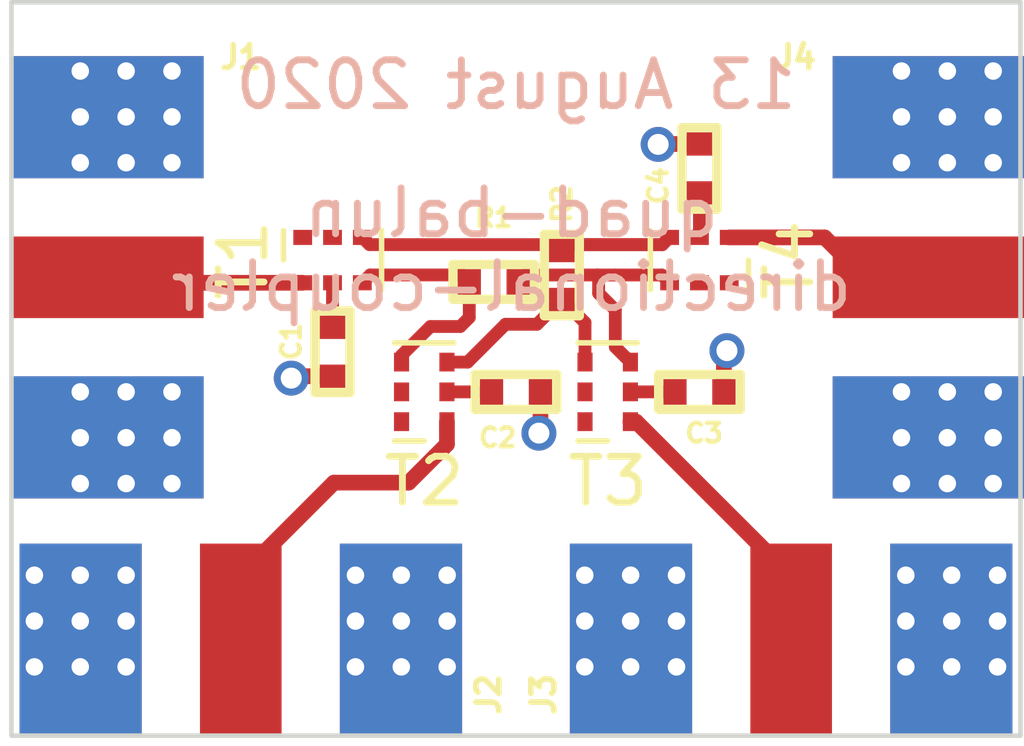
<source format=kicad_pcb>
(kicad_pcb (version 20221018) (generator pcbnew)
  (layers (0 "F.Cu" signal) (1 "In1.Cu" signal) (2 "In2.Cu" signal) (31 "B.Cu" signal) (34 "B.Paste" user) (35 "F.Paste" user) (36 "B.SilkS" user "B.Silkscreen") (37 "F.SilkS" user "F.Silkscreen") (38 "B.Mask" user) (39 "F.Mask" user) (44 "Edge.Cuts" user))
  (net 0 "")
  (net 1 "GND")
  (net 2 "Net-(C1-Pad1)")
  (net 3 "Net-(C2-Pad1)")
  (net 4 "Net-(C3-Pad1)")
  (net 5 "Net-(C4-Pad1)")
  (net 6 "Net-(J1-Pad1)")
  (net 7 "Net-(J2-Pad1)")
  (net 8 "Net-(J3-Pad1)")
  (net 9 "Net-(J4-Pad1)")
  (net 10 "Net-(R1-Pad2)")
  (net 11 "Net-(R1-Pad1)")
  (net 12 "Net-(R2-Pad2)")
  (net 13 "Net-(R2-Pad1)")
  (footprint "gsg-modules:0402" (layer "F.Cu") (at 141 81.625 -90)
    (fp_text reference "C1" (at -0.225 0.9 90) (layer "F.SilkS") (effects (font (size 0.4064 0.4064) (thickness 0.1016))))
    (fp_text value "C" hide)
    (fp_line (start -0.889 -0.381) (end 0.889 -0.381) (stroke (width 0.2032)) (layer "F.SilkS"))
    (fp_line (start -0.889 0.381) (end -0.889 -0.381) (stroke (width 0.2032)) (layer "F.SilkS"))
    (fp_line (start 0.889 -0.381) (end 0.889 0.381) (stroke (width 0.2032)) (layer "F.SilkS"))
    (fp_line (start 0.889 0.381) (end -0.889 0.381) (stroke (width 0.2032)) (layer "F.SilkS"))
    (pad "1" smd rect (at -0.5334 0 270) (size 0.508 0.5588) (layers "F.Cu" "F.Paste" "F.Mask") (net 2 "Net-(C1-Pad1)"))
    (pad "2" smd rect (at 0.5334 0 270) (size 0.508 0.5588) (layers "F.Cu" "F.Paste" "F.Mask") (net 1 "GND"))
  )
  (footprint "gsg-modules:SMA-73251-2120" (layer "F.Cu") (at 134 80)
    (fp_text reference "J1" (at 5 -4.8) (layer "F.SilkS") (effects (font (size 0.50038 0.50038) (thickness 0.12446))))
    (fp_text value "SMA" hide)
    (pad "1" smd rect (at 2.095 0) (size 4.19 1.78) (layers "F.Cu" "F.Mask") (net 6 "Net-(J1-Pad1)"))
    (pad "2" thru_hole circle (at 1.5 -4.5) (size 0.6 0.6) (drill 0.381) (layers "*.Cu") (net 1 "GND"))
    (pad "2" thru_hole circle (at 1.5 -3.5) (size 0.6 0.6) (drill 0.381) (layers "*.Cu") (net 1 "GND"))
    (pad "2" thru_hole circle (at 1.5 -2.5) (size 0.6 0.6) (drill 0.381) (layers "*.Cu") (net 1 "GND"))
    (pad "2" thru_hole circle (at 1.5 2.5) (size 0.6 0.6) (drill 0.381) (layers "*.Cu") (net 1 "GND"))
    (pad "2" thru_hole circle (at 1.5 3.5) (size 0.6 0.6) (drill 0.381) (layers "*.Cu") (net 1 "GND"))
    (pad "2" thru_hole circle (at 1.5 4.5) (size 0.6 0.6) (drill 0.381) (layers "*.Cu") (net 1 "GND"))
    (pad "2" smd rect (at 2.095 -3.4925) (size 4.19 2.665) (layers "F.Cu" "F.Mask") (net 1 "GND"))
    (pad "2" smd rect (at 2.095 -3.4925) (size 4.19 2.665) (layers "B.Cu" "B.Mask") (net 1 "GND"))
    (pad "2" smd rect (at 2.095 3.4925) (size 4.19 2.665) (layers "F.Cu" "F.Mask") (net 1 "GND"))
    (pad "2" smd rect (at 2.095 3.4925) (size 4.19 2.665) (layers "B.Cu" "B.Mask") (net 1 "GND"))
    (pad "2" thru_hole circle (at 2.5 -4.5) (size 0.6 0.6) (drill 0.381) (layers "*.Cu") (net 1 "GND"))
    (pad "2" thru_hole circle (at 2.5 -3.5) (size 0.6 0.6) (drill 0.381) (layers "*.Cu") (net 1 "GND"))
    (pad "2" thru_hole circle (at 2.5 -2.5) (size 0.6 0.6) (drill 0.381) (layers "*.Cu") (net 1 "GND"))
    (pad "2" thru_hole circle (at 2.5 2.5) (size 0.6 0.6) (drill 0.381) (layers "*.Cu") (net 1 "GND"))
    (pad "2" thru_hole circle (at 2.5 3.5) (size 0.6 0.6) (drill 0.381) (layers "*.Cu") (net 1 "GND"))
    (pad "2" thru_hole circle (at 2.5 4.5) (size 0.6 0.6) (drill 0.381) (layers "*.Cu") (net 1 "GND"))
    (pad "2" thru_hole circle (at 3.5 -4.5) (size 0.6 0.6) (drill 0.381) (layers "*.Cu") (net 1 "GND"))
    (pad "2" thru_hole circle (at 3.5 -3.5) (size 0.6 0.6) (drill 0.381) (layers "*.Cu") (net 1 "GND"))
    (pad "2" thru_hole circle (at 3.5 -2.5) (size 0.6 0.6) (drill 0.381) (layers "*.Cu") (net 1 "GND"))
    (pad "2" thru_hole circle (at 3.5 2.5) (size 0.6 0.6) (drill 0.381) (layers "*.Cu") (net 1 "GND"))
    (pad "2" thru_hole circle (at 3.5 3.5) (size 0.6 0.6) (drill 0.381) (layers "*.Cu") (net 1 "GND"))
    (pad "2" thru_hole circle (at 3.5 4.5) (size 0.6 0.6) (drill 0.381) (layers "*.Cu") (net 1 "GND"))
  )
  (footprint "gsg-modules:SMA-73251-2120" (layer "F.Cu") (at 151 90 90)
    (fp_text reference "J3" (at 0.9 -5.4 90) (layer "F.SilkS") (effects (font (size 0.50038 0.50038) (thickness 0.12446))))
    (fp_text value "SMA" hide)
    (pad "1" smd rect (at 2.095 0 90) (size 4.19 1.78) (layers "F.Cu" "F.Mask") (net 8 "Net-(J3-Pad1)"))
    (pad "2" thru_hole circle (at 1.5 -4.5 90) (size 0.6 0.6) (drill 0.381) (layers "*.Cu") (net 1 "GND"))
    (pad "2" thru_hole circle (at 1.5 -3.5 90) (size 0.6 0.6) (drill 0.381) (layers "*.Cu") (net 1 "GND"))
    (pad "2" thru_hole circle (at 1.5 -2.5 90) (size 0.6 0.6) (drill 0.381) (layers "*.Cu") (net 1 "GND"))
    (pad "2" thru_hole circle (at 1.5 2.5 90) (size 0.6 0.6) (drill 0.381) (layers "*.Cu") (net 1 "GND"))
    (pad "2" thru_hole circle (at 1.5 3.5 90) (size 0.6 0.6) (drill 0.381) (layers "*.Cu") (net 1 "GND"))
    (pad "2" thru_hole circle (at 1.5 4.5 90) (size 0.6 0.6) (drill 0.381) (layers "*.Cu") (net 1 "GND"))
    (pad "2" smd rect (at 2.095 -3.4925 90) (size 4.19 2.665) (layers "F.Cu" "F.Mask") (net 1 "GND"))
    (pad "2" smd rect (at 2.095 -3.4925 90) (size 4.19 2.665) (layers "B.Cu" "B.Mask") (net 1 "GND"))
    (pad "2" smd rect (at 2.095 3.4925 90) (size 4.19 2.665) (layers "F.Cu" "F.Mask") (net 1 "GND"))
    (pad "2" smd rect (at 2.095 3.4925 90) (size 4.19 2.665) (layers "B.Cu" "B.Mask") (net 1 "GND"))
    (pad "2" thru_hole circle (at 2.5 -4.5 90) (size 0.6 0.6) (drill 0.381) (layers "*.Cu") (net 1 "GND"))
    (pad "2" thru_hole circle (at 2.5 -3.5 90) (size 0.6 0.6) (drill 0.381) (layers "*.Cu") (net 1 "GND"))
    (pad "2" thru_hole circle (at 2.5 -2.5 90) (size 0.6 0.6) (drill 0.381) (layers "*.Cu") (net 1 "GND"))
    (pad "2" thru_hole circle (at 2.5 2.5 90) (size 0.6 0.6) (drill 0.381) (layers "*.Cu") (net 1 "GND"))
    (pad "2" thru_hole circle (at 2.5 3.5 90) (size 0.6 0.6) (drill 0.381) (layers "*.Cu") (net 1 "GND"))
    (pad "2" thru_hole circle (at 2.5 4.5 90) (size 0.6 0.6) (drill 0.381) (layers "*.Cu") (net 1 "GND"))
    (pad "2" thru_hole circle (at 3.5 -4.5 90) (size 0.6 0.6) (drill 0.381) (layers "*.Cu") (net 1 "GND"))
    (pad "2" thru_hole circle (at 3.5 -3.5 90) (size 0.6 0.6) (drill 0.381) (layers "*.Cu") (net 1 "GND"))
    (pad "2" thru_hole circle (at 3.5 -2.5 90) (size 0.6 0.6) (drill 0.381) (layers "*.Cu") (net 1 "GND"))
    (pad "2" thru_hole circle (at 3.5 2.5 90) (size 0.6 0.6) (drill 0.381) (layers "*.Cu") (net 1 "GND"))
    (pad "2" thru_hole circle (at 3.5 3.5 90) (size 0.6 0.6) (drill 0.381) (layers "*.Cu") (net 1 "GND"))
    (pad "2" thru_hole circle (at 3.5 4.5 90) (size 0.6 0.6) (drill 0.381) (layers "*.Cu") (net 1 "GND"))
  )
  (footprint "RF_Converter:Anaren_0805_2012Metric-6" (layer "F.Cu") (at 141 79.625 90)
    (fp_text reference "T1" (at 0 -1.95 90) (layer "F.SilkS"))
    (fp_text value "BALUN")
    (fp_line (start -0.645 1.07) (end 0.645 1.07) (stroke (width 0.12)) (layer "F.SilkS"))
    (fp_line (start 0 -1.07) (end 0.645 -1.07) (stroke (width 0.12)) (layer "F.SilkS"))
    (pad "1" smd rect (at -0.495 -0.65) (size 0.41 0.33) (layers "F.Cu" "F.Paste" "F.Mask") (net 6 "Net-(J1-Pad1)"))
    (pad "2" smd rect (at -0.495 0) (size 0.41 0.33) (layers "F.Cu" "F.Paste" "F.Mask") (net 2 "Net-(C1-Pad1)"))
    (pad "3" smd rect (at -0.495 0.65) (size 0.41 0.33) (layers "F.Cu" "F.Paste" "F.Mask") (net 10 "Net-(R1-Pad2)"))
    (pad "4" smd rect (at 0.495 0.65) (size 0.41 0.33) (layers "F.Cu" "F.Paste" "F.Mask") (net 13 "Net-(R2-Pad1)"))
    (pad "5" smd rect (at 0.495 0) (size 0.41 0.33) (layers "F.Cu" "F.Paste" "F.Mask"))
    (pad "6" smd rect (at 0.495 -0.65) (size 0.41 0.33) (layers "F.Cu" "F.Paste" "F.Mask"))
  )
  (footprint "RF_Converter:Anaren_0805_2012Metric-6" (layer "F.Cu") (at 147 82.5 180)
    (fp_text reference "T3" (at 0 -1.95) (layer "F.SilkS"))
    (fp_text value "BALUN")
    (fp_line (start -0.645 1.07) (end 0.645 1.07) (stroke (width 0.12)) (layer "F.SilkS"))
    (fp_line (start 0 -1.07) (end 0.645 -1.07) (stroke (width 0.12)) (layer "F.SilkS"))
    (pad "1" smd rect (at -0.495 -0.65 90) (size 0.41 0.33) (layers "F.Cu" "F.Paste" "F.Mask") (net 8 "Net-(J3-Pad1)"))
    (pad "2" smd rect (at -0.495 0 90) (size 0.41 0.33) (layers "F.Cu" "F.Paste" "F.Mask") (net 4 "Net-(C3-Pad1)"))
    (pad "3" smd rect (at -0.495 0.65 90) (size 0.41 0.33) (layers "F.Cu" "F.Paste" "F.Mask") (net 11 "Net-(R1-Pad1)"))
    (pad "4" smd rect (at 0.495 0.65 90) (size 0.41 0.33) (layers "F.Cu" "F.Paste" "F.Mask") (net 12 "Net-(R2-Pad2)"))
    (pad "5" smd rect (at 0.495 0 90) (size 0.41 0.33) (layers "F.Cu" "F.Paste" "F.Mask"))
    (pad "6" smd rect (at 0.495 -0.65 90) (size 0.41 0.33) (layers "F.Cu" "F.Paste" "F.Mask"))
  )
  (footprint "RF_Converter:Anaren_0805_2012Metric-6" (layer "F.Cu") (at 143 82.5 180)
    (fp_text reference "T2" (at 0 -1.95) (layer "F.SilkS"))
    (fp_text value "BALUN")
    (fp_line (start -0.645 1.07) (end 0.645 1.07) (stroke (width 0.12)) (layer "F.SilkS"))
    (fp_line (start 0 -1.07) (end 0.645 -1.07) (stroke (width 0.12)) (layer "F.SilkS"))
    (pad "1" smd rect (at -0.495 -0.65 90) (size 0.41 0.33) (layers "F.Cu" "F.Paste" "F.Mask") (net 7 "Net-(J2-Pad1)"))
    (pad "2" smd rect (at -0.495 0 90) (size 0.41 0.33) (layers "F.Cu" "F.Paste" "F.Mask") (net 3 "Net-(C2-Pad1)"))
    (pad "3" smd rect (at -0.495 0.65 90) (size 0.41 0.33) (layers "F.Cu" "F.Paste" "F.Mask") (net 12 "Net-(R2-Pad2)"))
    (pad "4" smd rect (at 0.495 0.65 90) (size 0.41 0.33) (layers "F.Cu" "F.Paste" "F.Mask") (net 10 "Net-(R1-Pad2)"))
    (pad "5" smd rect (at 0.495 0 90) (size 0.41 0.33) (layers "F.Cu" "F.Paste" "F.Mask"))
    (pad "6" smd rect (at 0.495 -0.65 90) (size 0.41 0.33) (layers "F.Cu" "F.Paste" "F.Mask"))
  )
  (footprint "gsg-modules:0402" (layer "F.Cu") (at 145 82.5)
    (fp_text reference "C2" (at -0.4 1) (layer "F.SilkS") (effects (font (size 0.4064 0.4064) (thickness 0.1016))))
    (fp_text value "C" hide)
    (fp_line (start -0.889 -0.381) (end 0.889 -0.381) (stroke (width 0.2032)) (layer "F.SilkS"))
    (fp_line (start -0.889 0.381) (end -0.889 -0.381) (stroke (width 0.2032)) (layer "F.SilkS"))
    (fp_line (start 0.889 -0.381) (end 0.889 0.381) (stroke (width 0.2032)) (layer "F.SilkS"))
    (fp_line (start 0.889 0.381) (end -0.889 0.381) (stroke (width 0.2032)) (layer "F.SilkS"))
    (pad "1" smd rect (at -0.5334 0) (size 0.508 0.5588) (layers "F.Cu" "F.Paste" "F.Mask") (net 3 "Net-(C2-Pad1)"))
    (pad "2" smd rect (at 0.5334 0) (size 0.508 0.5588) (layers "F.Cu" "F.Paste" "F.Mask") (net 1 "GND"))
  )
  (footprint "gsg-modules:0402" (layer "F.Cu") (at 149 82.5)
    (fp_text reference "C3" (at 0.1 0.9) (layer "F.SilkS") (effects (font (size 0.4064 0.4064) (thickness 0.1016))))
    (fp_text value "C" hide)
    (fp_line (start -0.889 -0.381) (end 0.889 -0.381) (stroke (width 0.2032)) (layer "F.SilkS"))
    (fp_line (start -0.889 0.381) (end -0.889 -0.381) (stroke (width 0.2032)) (layer "F.SilkS"))
    (fp_line (start 0.889 -0.381) (end 0.889 0.381) (stroke (width 0.2032)) (layer "F.SilkS"))
    (fp_line (start 0.889 0.381) (end -0.889 0.381) (stroke (width 0.2032)) (layer "F.SilkS"))
    (pad "1" smd rect (at -0.5334 0) (size 0.508 0.5588) (layers "F.Cu" "F.Paste" "F.Mask") (net 4 "Net-(C3-Pad1)"))
    (pad "2" smd rect (at 0.5334 0) (size 0.508 0.5588) (layers "F.Cu" "F.Paste" "F.Mask") (net 1 "GND"))
  )
  (footprint "gsg-modules:0402" (layer "F.Cu") (at 146 79.95 -90)
    (fp_text reference "R2" (at -1.55 0 90) (layer "F.SilkS") (effects (font (size 0.4064 0.4064) (thickness 0.1016))))
    (fp_text value "1k" hide)
    (fp_line (start -0.889 -0.381) (end 0.889 -0.381) (stroke (width 0.2032)) (layer "F.SilkS"))
    (fp_line (start -0.889 0.381) (end -0.889 -0.381) (stroke (width 0.2032)) (layer "F.SilkS"))
    (fp_line (start 0.889 -0.381) (end 0.889 0.381) (stroke (width 0.2032)) (layer "F.SilkS"))
    (fp_line (start 0.889 0.381) (end -0.889 0.381) (stroke (width 0.2032)) (layer "F.SilkS"))
    (pad "1" smd rect (at -0.5334 0 270) (size 0.508 0.5588) (layers "F.Cu" "F.Paste" "F.Mask") (net 13 "Net-(R2-Pad1)"))
    (pad "2" smd rect (at 0.5334 0 270) (size 0.508 0.5588) (layers "F.Cu" "F.Paste" "F.Mask") (net 12 "Net-(R2-Pad2)"))
  )
  (footprint "RF_Converter:Anaren_0805_2012Metric-6" (layer "F.Cu") (at 149 79.625 -90)
    (fp_text reference "T4" (at 0 -1.95 90) (layer "F.SilkS"))
    (fp_text value "BALUN")
    (fp_line (start -0.645 1.07) (end 0.645 1.07) (stroke (width 0.12)) (layer "F.SilkS"))
    (fp_line (start 0 -1.07) (end 0.645 -1.07) (stroke (width 0.12)) (layer "F.SilkS"))
    (pad "1" smd rect (at -0.495 -0.65 180) (size 0.41 0.33) (layers "F.Cu" "F.Paste" "F.Mask") (net 9 "Net-(J4-Pad1)"))
    (pad "2" smd rect (at -0.495 0 180) (size 0.41 0.33) (layers "F.Cu" "F.Paste" "F.Mask") (net 5 "Net-(C4-Pad1)"))
    (pad "3" smd rect (at -0.495 0.65 180) (size 0.41 0.33) (layers "F.Cu" "F.Paste" "F.Mask") (net 13 "Net-(R2-Pad1)"))
    (pad "4" smd rect (at 0.495 0.65 180) (size 0.41 0.33) (layers "F.Cu" "F.Paste" "F.Mask") (net 11 "Net-(R1-Pad1)"))
    (pad "5" smd rect (at 0.495 0 180) (size 0.41 0.33) (layers "F.Cu" "F.Paste" "F.Mask"))
    (pad "6" smd rect (at 0.495 -0.65 180) (size 0.41 0.33) (layers "F.Cu" "F.Paste" "F.Mask"))
  )
  (footprint "gsg-modules:0402" (layer "F.Cu") (at 149 77.625 90)
    (fp_text reference "C4" (at -0.375 -0.9 90) (layer "F.SilkS") (effects (font (size 0.4064 0.4064) (thickness 0.1016))))
    (fp_text value "C" hide)
    (fp_line (start -0.889 -0.381) (end 0.889 -0.381) (stroke (width 0.2032)) (layer "F.SilkS"))
    (fp_line (start -0.889 0.381) (end -0.889 -0.381) (stroke (width 0.2032)) (layer "F.SilkS"))
    (fp_line (start 0.889 -0.381) (end 0.889 0.381) (stroke (width 0.2032)) (layer "F.SilkS"))
    (fp_line (start 0.889 0.381) (end -0.889 0.381) (stroke (width 0.2032)) (layer "F.SilkS"))
    (pad "1" smd rect (at -0.5334 0 90) (size 0.508 0.5588) (layers "F.Cu" "F.Paste" "F.Mask") (net 5 "Net-(C4-Pad1)"))
    (pad "2" smd rect (at 0.5334 0 90) (size 0.508 0.5588) (layers "F.Cu" "F.Paste" "F.Mask") (net 1 "GND"))
  )
  (footprint "gsg-modules:SMA-73251-2120" (layer "F.Cu") (at 139 90 90)
    (fp_text reference "J2" (at 0.9 5.4 90) (layer "F.SilkS") (effects (font (size 0.50038 0.50038) (thickness 0.12446))))
    (fp_text value "SMA" hide)
    (pad "1" smd rect (at 2.095 0 90) (size 4.19 1.78) (layers "F.Cu" "F.Mask") (net 7 "Net-(J2-Pad1)"))
    (pad "2" thru_hole circle (at 1.5 -4.5 90) (size 0.6 0.6) (drill 0.381) (layers "*.Cu") (net 1 "GND"))
    (pad "2" thru_hole circle (at 1.5 -3.5 90) (size 0.6 0.6) (drill 0.381) (layers "*.Cu") (net 1 "GND"))
    (pad "2" thru_hole circle (at 1.5 -2.5 90) (size 0.6 0.6) (drill 0.381) (layers "*.Cu") (net 1 "GND"))
    (pad "2" thru_hole circle (at 1.5 2.5 90) (size 0.6 0.6) (drill 0.381) (layers "*.Cu") (net 1 "GND"))
    (pad "2" thru_hole circle (at 1.5 3.5 90) (size 0.6 0.6) (drill 0.381) (layers "*.Cu") (net 1 "GND"))
    (pad "2" thru_hole circle (at 1.5 4.5 90) (size 0.6 0.6) (drill 0.381) (layers "*.Cu") (net 1 "GND"))
    (pad "2" smd rect (at 2.095 -3.4925 90) (size 4.19 2.665) (layers "F.Cu" "F.Mask") (net 1 "GND"))
    (pad "2" smd rect (at 2.095 -3.4925 90) (size 4.19 2.665) (layers "B.Cu" "B.Mask") (net 1 "GND"))
    (pad "2" smd rect (at 2.095 3.4925 90) (size 4.19 2.665) (layers "F.Cu" "F.Mask") (net 1 "GND"))
    (pad "2" smd rect (at 2.095 3.4925 90) (size 4.19 2.665) (layers "B.Cu" "B.Mask") (net 1 "GND"))
    (pad "2" thru_hole circle (at 2.5 -4.5 90) (size 0.6 0.6) (drill 0.381) (layers "*.Cu") (net 1 "GND"))
    (pad "2" thru_hole circle (at 2.5 -3.5 90) (size 0.6 0.6) (drill 0.381) (layers "*.Cu") (net 1 "GND"))
    (pad "2" thru_hole circle (at 2.5 -2.5 90) (size 0.6 0.6) (drill 0.381) (layers "*.Cu") (net 1 "GND"))
    (pad "2" thru_hole circle (at 2.5 2.5 90) (size 0.6 0.6) (drill 0.381) (layers "*.Cu") (net 1 "GND"))
    (pad "2" thru_hole circle (at 2.5 3.5 90) (size 0.6 0.6) (drill 0.381) (layers "*.Cu") (net 1 "GND"))
    (pad "2" thru_hole circle (at 2.5 4.5 90) (size 0.6 0.6) (drill 0.381) (layers "*.Cu") (net 1 "GND"))
    (pad "2" thru_hole circle (at 3.5 -4.5 90) (size 0.6 0.6) (drill 0.381) (layers "*.Cu") (net 1 "GND"))
    (pad "2" thru_hole circle (at 3.5 -3.5 90) (size 0.6 0.6) (drill 0.381) (layers "*.Cu") (net 1 "GND"))
    (pad "2" thru_hole circle (at 3.5 -2.5 90) (size 0.6 0.6) (drill 0.381) (layers "*.Cu") (net 1 "GND"))
    (pad "2" thru_hole circle (at 3.5 2.5 90) (size 0.6 0.6) (drill 0.381) (layers "*.Cu") (net 1 "GND"))
    (pad "2" thru_hole circle (at 3.5 3.5 90) (size 0.6 0.6) (drill 0.381) (layers "*.Cu") (net 1 "GND"))
    (pad "2" thru_hole circle (at 3.5 4.5 90) (size 0.6 0.6) (drill 0.381) (layers "*.Cu") (net 1 "GND"))
  )
  (footprint "gsg-modules:0402" (layer "F.Cu") (at 144.515 80.1 180)
    (fp_text reference "R1" (at 0 1.4) (layer "F.SilkS") (effects (font (size 0.4064 0.4064) (thickness 0.1016))))
    (fp_text value "10" hide)
    (fp_line (start -0.889 -0.381) (end 0.889 -0.381) (stroke (width 0.2032)) (layer "F.SilkS"))
    (fp_line (start -0.889 0.381) (end -0.889 -0.381) (stroke (width 0.2032)) (layer "F.SilkS"))
    (fp_line (start 0.889 -0.381) (end 0.889 0.381) (stroke (width 0.2032)) (layer "F.SilkS"))
    (fp_line (start 0.889 0.381) (end -0.889 0.381) (stroke (width 0.2032)) (layer "F.SilkS"))
    (pad "1" smd rect (at -0.5334 0 180) (size 0.508 0.5588) (layers "F.Cu" "F.Paste" "F.Mask") (net 11 "Net-(R1-Pad1)"))
    (pad "2" smd rect (at 0.5334 0 180) (size 0.508 0.5588) (layers "F.Cu" "F.Paste" "F.Mask") (net 10 "Net-(R1-Pad2)"))
  )
  (footprint "gsg-modules:SMA-73251-2120" (layer "F.Cu") (at 151.905 80)
    (fp_text reference "J4" (at -0.805 -4.8) (layer "F.SilkS") (effects (font (size 0.50038 0.50038) (thickness 0.12446))))
    (fp_text value "SMA" hide)
    (pad "1" smd rect (at 2.095 0) (size 4.19 1.78) (layers "F.Cu" "F.Mask") (net 9 "Net-(J4-Pad1)"))
    (pad "2" thru_hole circle (at 1.5 -4.5) (size 0.6 0.6) (drill 0.381) (layers "*.Cu") (net 1 "GND"))
    (pad "2" thru_hole circle (at 1.5 -3.5) (size 0.6 0.6) (drill 0.381) (layers "*.Cu") (net 1 "GND"))
    (pad "2" thru_hole circle (at 1.5 -2.5) (size 0.6 0.6) (drill 0.381) (layers "*.Cu") (net 1 "GND"))
    (pad "2" thru_hole circle (at 1.5 2.5) (size 0.6 0.6) (drill 0.381) (layers "*.Cu") (net 1 "GND"))
    (pad "2" thru_hole circle (at 1.5 3.5) (size 0.6 0.6) (drill 0.381) (layers "*.Cu") (net 1 "GND"))
    (pad "2" thru_hole circle (at 1.5 4.5) (size 0.6 0.6) (drill 0.381) (layers "*.Cu") (net 1 "GND"))
    (pad "2" smd rect (at 2.095 -3.4925) (size 4.19 2.665) (layers "F.Cu" "F.Mask") (net 1 "GND"))
    (pad "2" smd rect (at 2.095 -3.4925) (size 4.19 2.665) (layers "B.Cu" "B.Mask") (net 1 "GND"))
    (pad "2" smd rect (at 2.095 3.4925) (size 4.19 2.665) (layers "F.Cu" "F.Mask") (net 1 "GND"))
    (pad "2" smd rect (at 2.095 3.4925) (size 4.19 2.665) (layers "B.Cu" "B.Mask") (net 1 "GND"))
    (pad "2" thru_hole circle (at 2.5 -4.5) (size 0.6 0.6) (drill 0.381) (layers "*.Cu") (net 1 "GND"))
    (pad "2" thru_hole circle (at 2.5 -3.5) (size 0.6 0.6) (drill 0.381) (layers "*.Cu") (net 1 "GND"))
    (pad "2" thru_hole circle (at 2.5 -2.5) (size 0.6 0.6) (drill 0.381) (layers "*.Cu") (net 1 "GND"))
    (pad "2" thru_hole circle (at 2.5 2.5) (size 0.6 0.6) (drill 0.381) (layers "*.Cu") (net 1 "GND"))
    (pad "2" thru_hole circle (at 2.5 3.5) (size 0.6 0.6) (drill 0.381) (layers "*.Cu") (net 1 "GND"))
    (pad "2" thru_hole circle (at 2.5 4.5) (size 0.6 0.6) (drill 0.381) (layers "*.Cu") (net 1 "GND"))
    (pad "2" thru_hole circle (at 3.5 -4.5) (size 0.6 0.6) (drill 0.381) (layers "*.Cu") (net 1 "GND"))
    (pad "2" thru_hole circle (at 3.5 -3.5) (size 0.6 0.6) (drill 0.381) (layers "*.Cu") (net 1 "GND"))
    (pad "2" thru_hole circle (at 3.5 -2.5) (size 0.6 0.6) (drill 0.381) (layers "*.Cu") (net 1 "GND"))
    (pad "2" thru_hole circle (at 3.5 2.5) (size 0.6 0.6) (drill 0.381) (layers "*.Cu") (net 1 "GND"))
    (pad "2" thru_hole circle (at 3.5 3.5) (size 0.6 0.6) (drill 0.381) (layers "*.Cu") (net 1 "GND"))
    (pad "2" thru_hole circle (at 3.5 4.5) (size 0.6 0.6) (drill 0.381) (layers "*.Cu") (net 1 "GND"))
  )
  (gr_line (start 156 74) (end 134 74) (stroke (width 0.1)) (layer "Edge.Cuts"))
  (gr_line (start 134 74) (end 134 90) (stroke (width 0.1)) (layer "Edge.Cuts"))
  (gr_line (start 134 90) (end 156 90) (stroke (width 0.1)) (layer "Edge.Cuts"))
  (gr_line (start 156 90) (end 156 74) (stroke (width 0.1)) (layer "Edge.Cuts"))
  (gr_text "13 August 2020" (at 145 75.8) (layer "B.SilkS") (effects (font (size 1 1)) (justify mirror)))
  (gr_text "quad-balun\ndirectional-coupler" (at 144.9 79.4) (layer "B.SilkS") (effects (font (size 1 1)) (justify mirror)))
  (segment (start 149.5334 82.5) (end 149.5334 81.6666) (width 0.3429) (layer "F.Cu") (net 1))
  (segment (start 149.5334 81.6666) (end 149.6 81.6) (width 0.3429) (layer "F.Cu") (net 1))
  (segment (start 145.5334 82.5) (end 145.5334 83.3666) (width 0.3429) (layer "F.Cu") (net 1))
  (segment (start 141 82.1584) (end 140.1416 82.1584) (width 0.3429) (layer "F.Cu") (net 1))
  (segment (start 149 77.0916) (end 148.1084 77.0916) (width 0.3429) (layer "F.Cu") (net 1))
  (segment (start 148.1084 77.0916) (end 148.1 77.1) (width 0.3429) (layer "F.Cu") (net 1))
  (segment (start 145.5334 83.3666) (end 145.5 83.4) (width 0.3429) (layer "F.Cu") (net 1))
  (segment (start 140.1416 82.1584) (end 140.1 82.2) (width 0.3429) (layer "F.Cu") (net 1))
  (via (at 145.5 83.4) (size 0.762) (drill 0.4572) (layers "F.Cu" "B.Cu") (net 1))
  (via (at 148.1 77.1) (size 0.762) (drill 0.4572) (layers "F.Cu" "B.Cu") (net 1))
  (via (at 149.6 81.6) (size 0.762) (drill 0.4572) (layers "F.Cu" "B.Cu") (net 1))
  (via (at 140.1 82.2) (size 0.762) (drill 0.4572) (layers "F.Cu" "B.Cu") (net 1))
  (segment (start 141 80.12) (end 141 81.0916) (width 0.2794) (layer "F.Cu") (net 2))
  (segment (start 143.495 82.5) (end 144.4666 82.5) (width 0.2794) (layer "F.Cu") (net 3))
  (segment (start 147.495 82.5) (end 148.4666 82.5) (width 0.2794) (layer "F.Cu") (net 4))
  (segment (start 149 78.1584) (end 149 79.13) (width 0.2794) (layer "F.Cu") (net 5))
  (segment (start 136.215 80.12) (end 136.095 80) (width 0.3429) (layer "F.Cu") (net 6))
  (segment (start 140.35 80.12) (end 136.215 80.12) (width 0.3429) (layer "F.Cu") (net 6))
  (segment (start 142.66 84.48) (end 141.03 84.48) (width 0.3429) (layer "F.Cu") (net 7))
  (segment (start 139 86.51) (end 139 87.905) (width 0.3429) (layer "F.Cu") (net 7))
  (segment (start 143.495 83.15) (end 143.495 83.645) (width 0.3429) (layer "F.Cu") (net 7))
  (segment (start 143.495 83.645) (end 142.66 84.48) (width 0.3429) (layer "F.Cu") (net 7))
  (segment (start 141.03 84.48) (end 139 86.51) (width 0.3429) (layer "F.Cu") (net 7))
  (segment (start 147.495 83.15) (end 147.62 83.15) (width 0.3429) (layer "F.Cu") (net 8))
  (segment (start 147.62 83.15) (end 151 86.53) (width 0.3429) (layer "F.Cu") (net 8))
  (segment (start 151 86.53) (end 151 87.905) (width 0.3429) (layer "F.Cu") (net 8))
  (segment (start 149.65 79.13) (end 151.73 79.13) (width 0.3429) (layer "F.Cu") (net 9))
  (segment (start 152.6 80) (end 154 80) (width 0.3429) (layer "F.Cu") (net 9))
  (segment (start 151.73 79.13) (end 152.6 80) (width 0.3429) (layer "F.Cu") (net 9))
  (segment (start 142.505 81.703) (end 142.505 81.85) (width 0.2794) (layer "F.Cu") (net 10))
  (segment (start 141.65 80.12) (end 141.821 79.949) (width 0.2794) (layer "F.Cu") (net 10))
  (segment (start 143.8306 79.949) (end 143.9816 80.1) (width 0.2794) (layer "F.Cu") (net 10))
  (segment (start 143.134 81.074) (end 142.505 81.703) (width 0.2794) (layer "F.Cu") (net 10))
  (segment (start 143.7852 81.074) (end 143.134 81.074) (width 0.2794) (layer "F.Cu") (net 10))
  (segment (start 143.9816 80.1) (end 143.9816 80.8776) (width 0.2794) (layer "F.Cu") (net 10))
  (segment (start 141.821 79.949) (end 143.8306 79.949) (width 0.2794) (layer "F.Cu") (net 10))
  (segment (start 143.9816 80.8776) (end 143.7852 81.074) (width 0.2794) (layer "F.Cu") (net 10))
  (segment (start 145.1984 79.95) (end 146.78 79.95) (width 0.2794) (layer "F.Cu") (net 11))
  (segment (start 147.168 79.95) (end 148.18 79.95) (width 0.2794) (layer "F.Cu") (net 11))
  (segment (start 146.802 80.348) (end 146.802 79.972) (width 0.2794) (layer "F.Cu") (net 11))
  (segment (start 147.166 80.712) (end 146.802 80.348) (width 0.2794) (layer "F.Cu") (net 11))
  (segment (start 146.802 79.972) (end 146.78 79.95) (width 0.2794) (layer "F.Cu") (net 11))
  (segment (start 145.0484 80.1) (end 145.1984 79.95) (width 0.2794) (layer "F.Cu") (net 11))
  (segment (start 147.495 81.85) (end 147.166 81.521) (width 0.2794) (layer "F.Cu") (net 11))
  (segment (start 147.166 81.521) (end 147.166 80.712) (width 0.2794) (layer "F.Cu") (net 11))
  (segment (start 148.18 79.95) (end 148.35 80.12) (width 0.2794) (layer "F.Cu") (net 11))
  (segment (start 146.78 79.95) (end 147.168 79.95) (width 0.2794) (layer "F.Cu") (net 11))
  (segment (start 143.946 81.85) (end 144.771 81.025) (width 0.2794) (layer "F.Cu") (net 12))
  (segment (start 146 80.4834) (end 146.505 80.9884) (width 0.2794) (layer "F.Cu") (net 12))
  (segment (start 144.771 81.025) (end 145.4584 81.025) (width 0.2794) (layer "F.Cu") (net 12))
  (segment (start 145.4584 81.025) (end 146 80.4834) (width 0.2794) (layer "F.Cu") (net 12))
  (segment (start 146.505 80.9884) (end 146.505 81.85) (width 0.2794) (layer "F.Cu") (net 12))
  (segment (start 143.495 81.85) (end 143.946 81.85) (width 0.2794) (layer "F.Cu") (net 12))
  (segment (start 145.8724 79.289) (end 146 79.4166) (width 0.2794) (layer "F.Cu") (net 13))
  (segment (start 148.35 79.13) (end 148.193 79.287) (width 0.2794) (layer "F.Cu") (net 13))
  (segment (start 141.807 79.287) (end 148.193 79.287) (width 0.2794) (layer "F.Cu") (net 13))
  (segment (start 148.193 79.287) (end 146.1296 79.287) (width 0.2794) (layer "F.Cu") (net 13))
  (segment (start 146.1296 79.287) (end 146 79.4166) (width 0.2794) (layer "F.Cu") (net 13))
  (segment (start 141.65 79.13) (end 141.807 79.287) (width 0.2794) (layer "F.Cu") (net 13))
)
</source>
